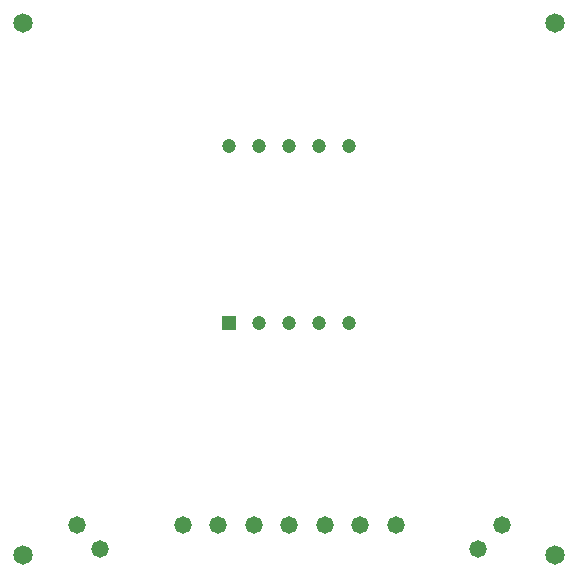
<source format=gbr>
G04*
G04 #@! TF.GenerationSoftware,Altium Limited,Altium Designer,23.8.1 (32)*
G04*
G04 Layer_Color=8388736*
%FSLAX44Y44*%
%MOMM*%
G71*
G04*
G04 #@! TF.SameCoordinates,4E8033DB-9698-49A7-8747-1B8CF0FAEC2F*
G04*
G04*
G04 #@! TF.FilePolarity,Negative*
G04*
G01*
G75*
%ADD13C,1.2032*%
%ADD14R,1.2032X1.2032*%
%ADD15C,1.6400*%
%ADD16C,1.4732*%
D13*
X198840Y370640D02*
D03*
X224240D02*
D03*
X249640D02*
D03*
X275040D02*
D03*
X300440D02*
D03*
Y220640D02*
D03*
X275040D02*
D03*
X249640D02*
D03*
X224240D02*
D03*
D14*
X198840D02*
D03*
D15*
X25000Y475000D02*
D03*
X475000Y25000D02*
D03*
X25000D02*
D03*
X475000Y475000D02*
D03*
D16*
X90000Y30000D02*
D03*
X430000Y50000D02*
D03*
X410000Y30000D02*
D03*
X70000Y50000D02*
D03*
X220000D02*
D03*
X340000D02*
D03*
X160000D02*
D03*
X310000D02*
D03*
X190000D02*
D03*
X250000D02*
D03*
X280000D02*
D03*
M02*

</source>
